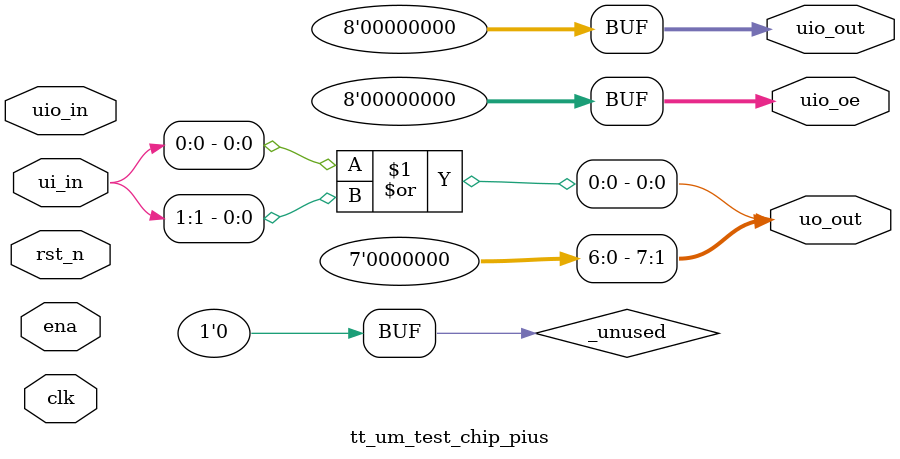
<source format=v>
/*
 * Copyright (c) 2024 Your Name
 * SPDX-License-Identifier: Apache-2.0
 */

`default_nettype none

module tt_um_test_chip_pius (
    input  wire [7:0] ui_in,    // Dedicated inputs
    output wire [7:0] uo_out,   // Dedicated outputs
    input  wire [7:0] uio_in,   // IOs: Input path
    output wire [7:0] uio_out,  // IOs: Output path
    output wire [7:0] uio_oe,   // IOs: Enable path (active high: 0=input, 1=output)
    input  wire       ena,      // always 1 when the design is powered, so you can ignore it
    input  wire       clk,      // clock
    input  wire       rst_n     // reset_n - low to reset
);

  // All output pins must be assigned. If not used, assign to 0.
  //assign uo_out  = ui_in + uio_in;  // Example: ou_out is the sum of ui_in and uio_in
  assign uio_out = 0;
  assign uio_oe  = 0;

  assign uo_out[0] = ui_in[0] | ui_in[1];
  assign uo_out[7:1] = 0;

  // List all unused inputs to prevent warnings
  wire _unused = &{ena, clk, rst_n, 1'b0, ui_in[7:2], uio_in[7:0]};

endmodule

</source>
